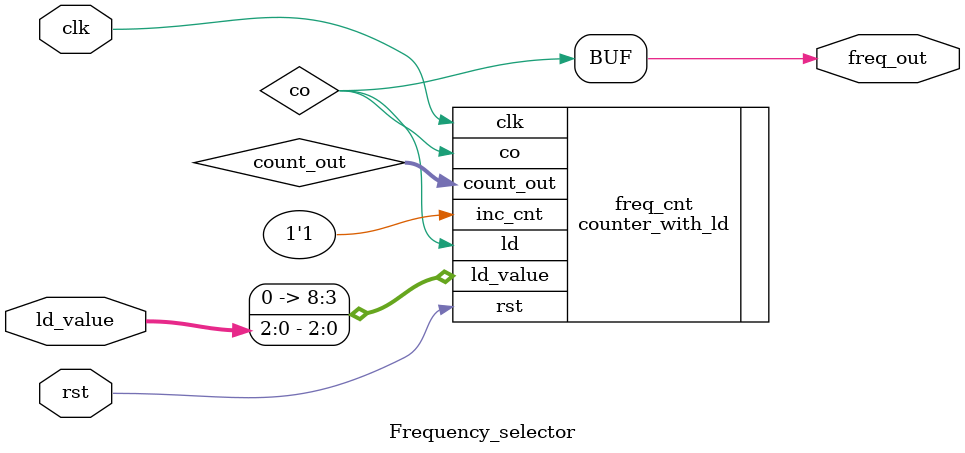
<source format=v>
module Frequency_selector(
    clk,
    rst,
    ld_value,
    freq_out
);
    input clk,rst;
    input [2:0] ld_value;
    output freq_out;
    wire [8:0] count_out;
    wire co;

counter_with_ld  #(.n(9)) freq_cnt(.clk(clk),.rst(rst),.inc_cnt(1'b1),.ld(co),
                                   .ld_value({6'b0,ld_value}),.co(co),.count_out(count_out));
assign freq_out=co;
endmodule
</source>
